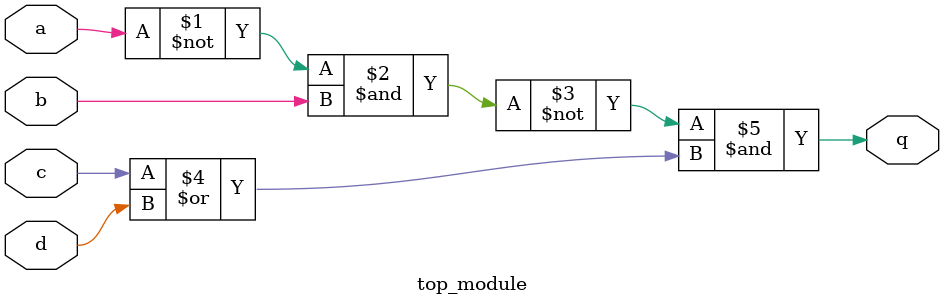
<source format=sv>
module top_module (
	input a, 
	input b, 
	input c, 
	input d,
	output q
);

	assign q = (~(~a & b) & (c | d));

endmodule

</source>
